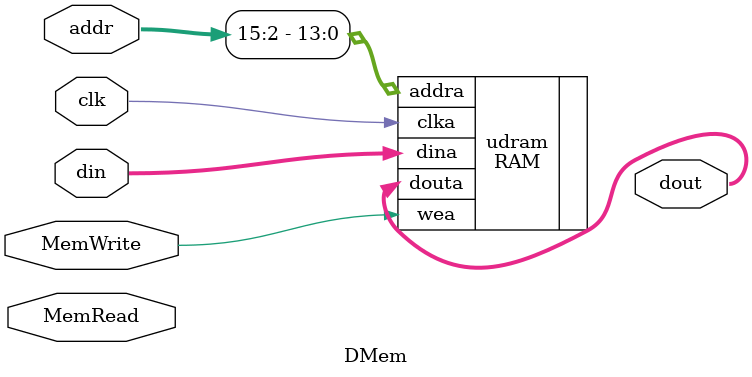
<source format=v>
module DMem(clk,MemRead,MemWrite,addr,din,dout);
    input clk; 
    input MemRead,MemWrite;
    input [31:0] addr; 
    input [31:0] din;
    output[31:0] dout;
    RAM udram(.clka(clk), .wea(MemWrite), 
        .addra(addr[15:2]), .dina(din), 
        .douta(dout));
endmodule
</source>
